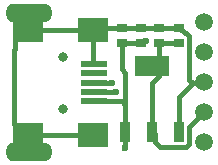
<source format=gbl>
G04*
G04 #@! TF.GenerationSoftware,Altium Limited,Altium Designer,20.0.13 (296)*
G04*
G04 Layer_Physical_Order=2*
G04 Layer_Color=16711680*
%FSLAX44Y44*%
%MOMM*%
G71*
G01*
G75*
%ADD36C,0.3810*%
%ADD37C,1.5000*%
%ADD38O,4.0000X1.6000*%
%ADD39C,0.8000*%
%ADD40C,0.6000*%
%ADD41R,3.0000X1.7000*%
%ADD42R,0.8400X1.7000*%
%ADD43R,2.3000X0.5000*%
%ADD44R,2.5000X2.0000*%
%ADD45R,0.9000X0.8000*%
D36*
X1061475Y617465D02*
Y623815D01*
X1065775Y613165D02*
X1088221D01*
X1059180Y626110D02*
X1061475Y623815D01*
Y617465D02*
X1065775Y613165D01*
X1065532Y673600D02*
Y700890D01*
X1088221Y613165D02*
X1090825Y615769D01*
Y629815D01*
X1103630Y642620D01*
X1082180Y626110D02*
Y655460D01*
X1009250Y712120D02*
X1011020Y713890D01*
X1033782D01*
X1009250Y684215D02*
Y712120D01*
Y684215D02*
X1009845Y683620D01*
X1010250D01*
X943655Y696375D02*
Y704025D01*
X942595Y632275D02*
Y695315D01*
X943655Y704025D02*
X951750Y712120D01*
X942595Y632275D02*
X951750Y623120D01*
X954250D01*
X951750Y712120D02*
X954250D01*
X942595Y695315D02*
X943655Y696375D01*
X954250Y623120D02*
X1009250D01*
X954250Y712120D02*
X1009250D01*
X1065532Y713890D02*
X1082042D01*
X1050292D02*
X1065532D01*
X1033782D02*
X1050292D01*
X1082042D02*
X1082542D01*
X1087097Y709335D01*
X1088383D01*
X1090987Y706731D01*
Y669594D02*
Y706731D01*
Y669594D02*
X1093651Y666931D01*
X1102541D02*
X1103630Y668020D01*
X1093651Y666931D02*
X1102541D01*
X1082180Y655460D02*
X1093651Y666931D01*
X1010250Y667620D02*
X1010258Y667612D01*
X1025233D01*
X1010527Y659342D02*
X1028783D01*
X1025233Y667612D02*
X1025242Y667603D01*
X1028783Y659342D02*
X1029004Y659563D01*
X1059572Y667640D02*
X1065532Y673600D01*
X1059180Y667640D02*
X1059572D01*
X1033782Y678722D02*
Y700890D01*
Y678722D02*
X1036449Y676055D01*
Y649099D02*
Y676055D01*
X1036320Y648970D02*
X1036449Y649099D01*
X1010250Y659620D02*
X1010527Y659342D01*
X1036180Y612140D02*
X1036320Y612280D01*
Y648970D01*
X1010250Y651620D02*
X1033670D01*
X1036320Y648970D01*
X1059180Y633730D02*
Y667640D01*
X1033782Y700890D02*
X1050292D01*
X1065532D02*
X1082042D01*
D37*
X1103630Y693420D02*
D03*
Y642620D02*
D03*
Y617220D02*
D03*
Y668020D02*
D03*
Y718820D02*
D03*
D38*
X955040Y609160D02*
D03*
Y726160D02*
D03*
D39*
X984150Y645620D02*
D03*
X984220Y689610D02*
D03*
D40*
X1036180Y612140D02*
D03*
X1054043Y702408D02*
D03*
X1025242Y667603D02*
D03*
X1029004Y659563D02*
D03*
D41*
X1059180Y681610D02*
D03*
D42*
X1036180Y626110D02*
D03*
X1082180D02*
D03*
X1059180D02*
D03*
D43*
X1010250Y651620D02*
D03*
Y659620D02*
D03*
Y683620D02*
D03*
Y675620D02*
D03*
Y667620D02*
D03*
D44*
X1009250Y712120D02*
D03*
X954250D02*
D03*
X1009250Y623120D02*
D03*
X954250D02*
D03*
D45*
X1082042Y713890D02*
D03*
Y700890D02*
D03*
X1065532Y713890D02*
D03*
Y700890D02*
D03*
X1050292Y713890D02*
D03*
Y700890D02*
D03*
X1033782Y713890D02*
D03*
Y700890D02*
D03*
M02*

</source>
